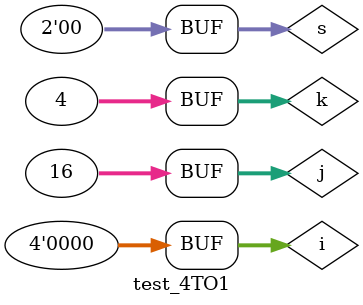
<source format=v>
module test_4TO1;

  reg [3:0] i;
  reg [1:0]s;
  wire y;
 
  mux4 m(i,s,y);
integer k,j;

initial begin
i=0;
s=0;
	for(k=0;k<4;k=k+1)
	begin
		for(j=0;j<16;j=j+1)
		begin
		i=i+1;
		#5;
		end
		s=s+1;
   end
end
endmodule
</source>
